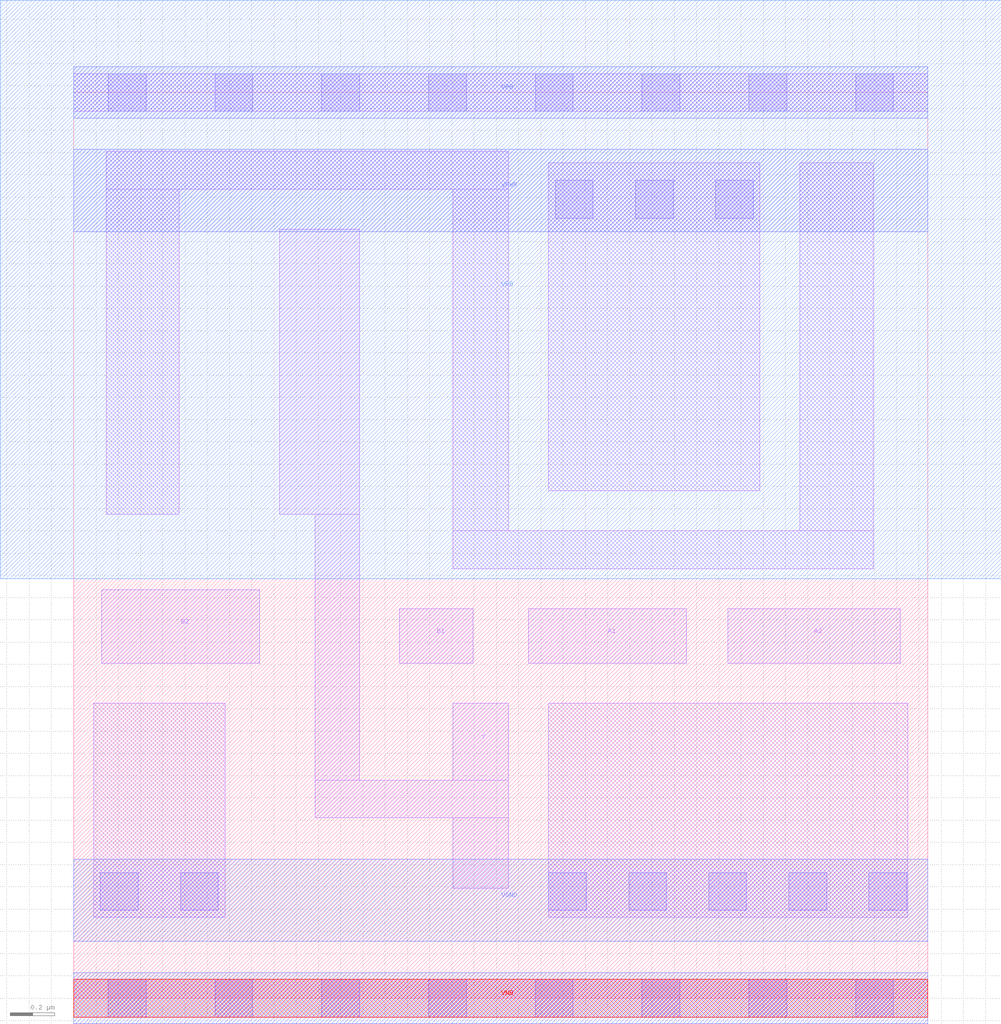
<source format=lef>
# Copyright 2020 The SkyWater PDK Authors
#
# Licensed under the Apache License, Version 2.0 (the "License");
# you may not use this file except in compliance with the License.
# You may obtain a copy of the License at
#
#     https://www.apache.org/licenses/LICENSE-2.0
#
# Unless required by applicable law or agreed to in writing, software
# distributed under the License is distributed on an "AS IS" BASIS,
# WITHOUT WARRANTIES OR CONDITIONS OF ANY KIND, either express or implied.
# See the License for the specific language governing permissions and
# limitations under the License.
#
# SPDX-License-Identifier: Apache-2.0

VERSION 5.7 ;
  NOWIREEXTENSIONATPIN ON ;
  DIVIDERCHAR "/" ;
  BUSBITCHARS "[]" ;
MACRO sky130_fd_sc_hvl__a22oi_1
  CLASS CORE ;
  FOREIGN sky130_fd_sc_hvl__a22oi_1 ;
  ORIGIN  0.000000  0.000000 ;
  SIZE  3.840000 BY  4.070000 ;
  SYMMETRY X Y ;
  SITE unithv ;
  PIN A1
    ANTENNAGATEAREA  1.125000 ;
    DIRECTION INPUT ;
    USE SIGNAL ;
    PORT
      LAYER li1 ;
        RECT 2.045000 1.505000 2.755000 1.750000 ;
    END
  END A1
  PIN A2
    ANTENNAGATEAREA  1.125000 ;
    DIRECTION INPUT ;
    USE SIGNAL ;
    PORT
      LAYER li1 ;
        RECT 2.940000 1.505000 3.715000 1.750000 ;
    END
  END A2
  PIN B1
    ANTENNAGATEAREA  1.125000 ;
    DIRECTION INPUT ;
    USE SIGNAL ;
    PORT
      LAYER li1 ;
        RECT 1.465000 1.505000 1.795000 1.750000 ;
    END
  END B1
  PIN B2
    ANTENNAGATEAREA  1.125000 ;
    DIRECTION INPUT ;
    USE SIGNAL ;
    PORT
      LAYER li1 ;
        RECT 0.125000 1.505000 0.835000 1.835000 ;
    END
  END B2
  PIN Y
    ANTENNADIFFAREA  0.630000 ;
    DIRECTION OUTPUT ;
    USE SIGNAL ;
    PORT
      LAYER li1 ;
        RECT 0.925000 2.175000 1.285000 3.455000 ;
        RECT 1.085000 0.810000 1.955000 0.980000 ;
        RECT 1.085000 0.980000 1.285000 2.175000 ;
        RECT 1.705000 0.495000 1.955000 0.810000 ;
        RECT 1.705000 0.980000 1.955000 1.325000 ;
    END
  END Y
  PIN VGND
    DIRECTION INOUT ;
    USE GROUND ;
    PORT
      LAYER met1 ;
        RECT 0.000000 0.255000 3.840000 0.625000 ;
    END
  END VGND
  PIN VNB
    DIRECTION INOUT ;
    USE GROUND ;
    PORT
      LAYER met1 ;
        RECT 0.000000 -0.115000 3.840000 0.115000 ;
      LAYER pwell ;
        RECT 0.000000 -0.085000 3.840000 0.085000 ;
    END
  END VNB
  PIN VPB
    DIRECTION INOUT ;
    USE POWER ;
    PORT
      LAYER met1 ;
        RECT 0.000000 3.955000 3.840000 4.185000 ;
      LAYER nwell ;
        RECT -0.330000 1.885000 4.170000 4.485000 ;
    END
  END VPB
  PIN VPWR
    DIRECTION INOUT ;
    USE POWER ;
    PORT
      LAYER met1 ;
        RECT 0.000000 3.445000 3.840000 3.815000 ;
    END
  END VPWR
  OBS
    LAYER li1 ;
      RECT 0.000000 -0.085000 3.840000 0.085000 ;
      RECT 0.000000  3.985000 3.840000 4.155000 ;
      RECT 0.090000  0.365000 0.680000 1.325000 ;
      RECT 0.145000  2.175000 0.475000 3.635000 ;
      RECT 0.145000  3.635000 1.955000 3.805000 ;
      RECT 1.705000  1.930000 3.595000 2.100000 ;
      RECT 1.705000  2.100000 1.955000 3.635000 ;
      RECT 2.135000  0.365000 3.750000 1.325000 ;
      RECT 2.135000  2.280000 3.085000 3.755000 ;
      RECT 3.265000  2.100000 3.595000 3.755000 ;
    LAYER mcon ;
      RECT 0.120000  0.395000 0.290000 0.565000 ;
      RECT 0.155000 -0.085000 0.325000 0.085000 ;
      RECT 0.155000  3.985000 0.325000 4.155000 ;
      RECT 0.480000  0.395000 0.650000 0.565000 ;
      RECT 0.635000 -0.085000 0.805000 0.085000 ;
      RECT 0.635000  3.985000 0.805000 4.155000 ;
      RECT 1.115000 -0.085000 1.285000 0.085000 ;
      RECT 1.115000  3.985000 1.285000 4.155000 ;
      RECT 1.595000 -0.085000 1.765000 0.085000 ;
      RECT 1.595000  3.985000 1.765000 4.155000 ;
      RECT 2.075000 -0.085000 2.245000 0.085000 ;
      RECT 2.075000  3.985000 2.245000 4.155000 ;
      RECT 2.135000  0.395000 2.305000 0.565000 ;
      RECT 2.165000  3.505000 2.335000 3.675000 ;
      RECT 2.495000  0.395000 2.665000 0.565000 ;
      RECT 2.525000  3.505000 2.695000 3.675000 ;
      RECT 2.555000 -0.085000 2.725000 0.085000 ;
      RECT 2.555000  3.985000 2.725000 4.155000 ;
      RECT 2.855000  0.395000 3.025000 0.565000 ;
      RECT 2.885000  3.505000 3.055000 3.675000 ;
      RECT 3.035000 -0.085000 3.205000 0.085000 ;
      RECT 3.035000  3.985000 3.205000 4.155000 ;
      RECT 3.215000  0.395000 3.385000 0.565000 ;
      RECT 3.515000 -0.085000 3.685000 0.085000 ;
      RECT 3.515000  3.985000 3.685000 4.155000 ;
      RECT 3.575000  0.395000 3.745000 0.565000 ;
  END
END sky130_fd_sc_hvl__a22oi_1
END LIBRARY

</source>
